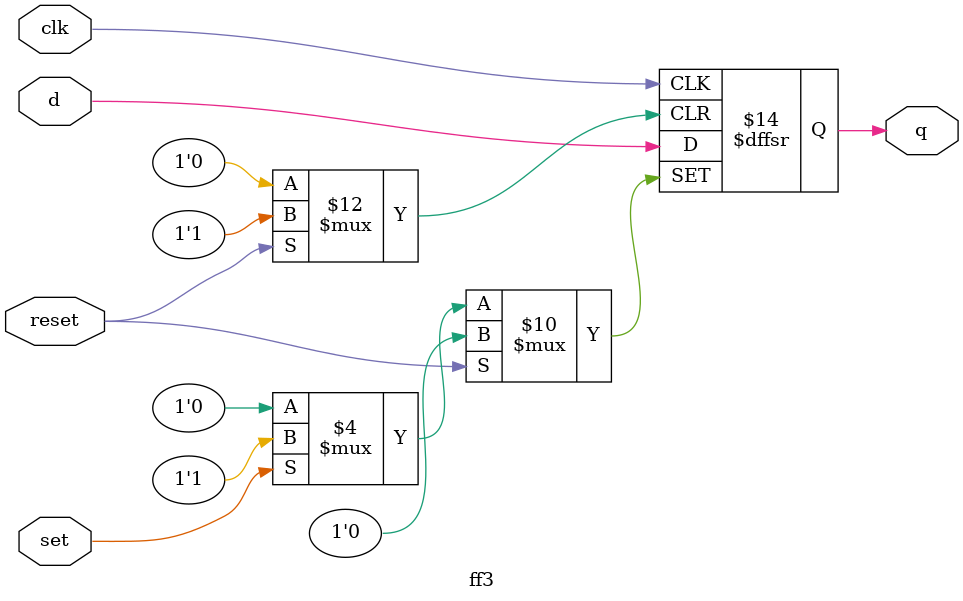
<source format=v>
module ff3(q,clk,d,reset,set);
    output q;
    reg q;
    input clk, d, reset, set;
    
    /*
    always @(posedge clk)
        q <= d;

    initial begin
        q <= 0;
    end
    
    always @(reset or set)
        case( {reset,set} )
            2'b00: deassign q; 
            2'b10: assign q=0;
            2'b01: assign q=1;
            //default: assign q=1'bx;
            default: assign q=1'b0;
        endcase
    */

    always @(posedge clk or posedge reset or posedge set)
        if(reset)
            q <= 0;
        else
            if(set)
                q <= 1;
            else
                q <= d;

endmodule
</source>
